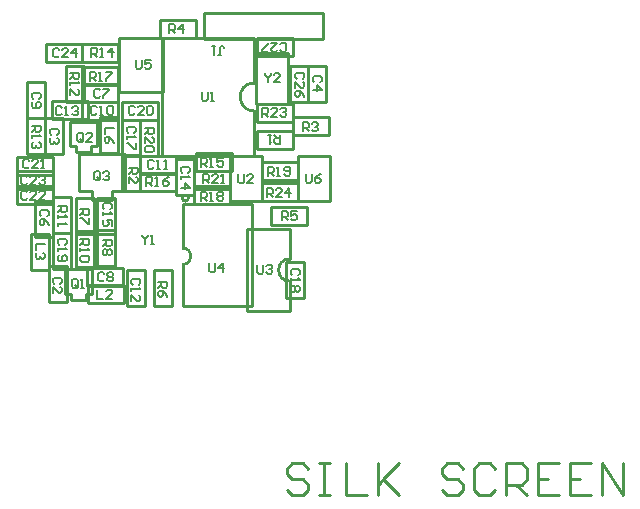
<source format=gto>
%FSLAX23Y23*%
%MOIN*%
G70*
G01*
G75*
G04 Layer_Color=65535*
%ADD10O,0.024X0.080*%
%ADD11R,0.020X0.050*%
%ADD12R,0.024X0.024*%
%ADD13R,0.030X0.030*%
%ADD14R,0.030X0.030*%
%ADD15R,0.074X0.045*%
%ADD16R,0.036X0.050*%
%ADD17R,0.036X0.036*%
%ADD18R,0.075X0.043*%
%ADD19O,0.016X0.060*%
%ADD20R,0.024X0.100*%
%ADD21R,0.024X0.090*%
%ADD22R,0.070X0.024*%
%ADD23R,0.090X0.024*%
%ADD24O,0.016X0.060*%
%ADD25R,0.014X0.035*%
%ADD26R,0.025X0.030*%
%ADD27R,0.014X0.035*%
%ADD28C,0.010*%
%ADD29C,0.008*%
%ADD30C,0.012*%
%ADD31C,0.015*%
%ADD32C,0.025*%
%ADD33C,0.016*%
%ADD34C,0.020*%
%ADD35C,0.014*%
%ADD36C,0.006*%
%ADD37R,0.050X0.050*%
%ADD38C,0.070*%
%ADD39R,0.049X0.049*%
%ADD40C,0.024*%
%ADD41R,0.070X0.070*%
%ADD42R,0.140X0.140*%
%ADD43C,0.030*%
D28*
X588Y575D02*
G03*
X588Y630I0J27D01*
G01*
X944Y593D02*
G03*
X944Y518I0J-37D01*
G01*
X606Y796D02*
G03*
X606Y796I-10J0D01*
G01*
X826Y1180D02*
G03*
X826Y1085I0J-47D01*
G01*
X588Y775D02*
X818D01*
Y435D02*
Y775D01*
X588Y435D02*
X818D01*
X588Y630D02*
Y775D01*
Y435D02*
Y575D01*
X519Y1329D02*
X798D01*
X376Y1151D02*
X486D01*
X376D02*
Y1331D01*
X521D01*
Y1151D02*
Y1331D01*
X486Y1151D02*
X521D01*
X231Y948D02*
X282D01*
X211Y968D02*
Y1051D01*
X302Y968D02*
Y1051D01*
X231Y948D02*
Y968D01*
X211D02*
X231D01*
X282Y948D02*
Y968D01*
X302D01*
X300Y1051D02*
X302D01*
X211D02*
X300D01*
X195Y559D02*
X284D01*
X286D01*
X266Y476D02*
X286D01*
X266Y456D02*
Y476D01*
X195D02*
X215D01*
Y456D02*
Y476D01*
X286D02*
Y559D01*
X195Y476D02*
Y559D01*
X215Y456D02*
X266D01*
X34Y855D02*
Y885D01*
X154D01*
Y825D02*
Y885D01*
X34Y825D02*
X154D01*
X34D02*
Y855D01*
X186Y681D02*
X216D01*
Y801D01*
X156D02*
X216D01*
X156Y681D02*
Y801D01*
Y681D02*
X186D01*
X261Y796D02*
X291D01*
Y676D02*
Y796D01*
X231Y676D02*
X291D01*
X231D02*
Y796D01*
X261D01*
X251Y1251D02*
Y1281D01*
Y1251D02*
X371D01*
Y1311D01*
X251D02*
X371D01*
X251Y1281D02*
Y1311D01*
X330Y571D02*
X360D01*
Y691D01*
X300D02*
X360D01*
X300Y571D02*
Y691D01*
Y571D02*
X330D01*
X510Y1330D02*
Y1360D01*
Y1330D02*
X630D01*
Y1390D01*
X510D02*
X630D01*
X510Y1360D02*
Y1390D01*
X955Y1005D02*
Y1035D01*
Y1005D02*
X1075D01*
Y1065D01*
X955D02*
X1075D01*
X955Y1035D02*
Y1065D01*
X231Y685D02*
X261D01*
X231Y565D02*
Y685D01*
Y565D02*
X291D01*
Y685D01*
X261D02*
X291D01*
X270Y1058D02*
Y1088D01*
X150Y1058D02*
X270D01*
X150D02*
Y1118D01*
X270D01*
Y1088D02*
Y1118D01*
X430Y437D02*
X460D01*
Y557D01*
X400D02*
X460D01*
X400Y437D02*
Y557D01*
Y437D02*
X430D01*
X34Y874D02*
Y904D01*
Y874D02*
X154D01*
Y934D01*
X34D02*
X154D01*
X34Y904D02*
Y934D01*
X390Y477D02*
Y507D01*
X270D02*
X390D01*
X270Y447D02*
Y507D01*
Y447D02*
X390D01*
Y477D01*
X520Y437D02*
X550D01*
Y557D01*
X490D02*
X550D01*
X490Y437D02*
Y557D01*
Y437D02*
X520D01*
X372Y1203D02*
Y1233D01*
X252D02*
X372D01*
X252Y1173D02*
Y1233D01*
Y1173D02*
X372D01*
Y1203D01*
X159Y942D02*
X189D01*
Y1062D01*
X129D02*
X189D01*
X129Y942D02*
Y1062D01*
Y942D02*
X159D01*
X171Y451D02*
X201D01*
Y571D01*
X141D02*
X201D01*
X141Y451D02*
Y571D01*
Y451D02*
X171D01*
X1035Y1236D02*
X1065D01*
Y1116D02*
Y1236D01*
X1005Y1116D02*
X1065D01*
X1005D02*
Y1236D01*
X1035D01*
X252Y1055D02*
Y1085D01*
Y1055D02*
X372D01*
Y1115D01*
X252D02*
X372D01*
X252Y1085D02*
Y1115D01*
X269Y504D02*
Y534D01*
Y504D02*
X389D01*
Y564D01*
X269D02*
X389D01*
X269Y534D02*
Y564D01*
X372Y1145D02*
Y1175D01*
X252D02*
X372D01*
X252Y1115D02*
Y1175D01*
Y1115D02*
X372D01*
Y1145D01*
X124Y785D02*
X154D01*
Y665D02*
Y785D01*
X94Y665D02*
X154D01*
X94D02*
Y785D01*
X124D01*
X69Y1062D02*
X99D01*
X69Y942D02*
Y1062D01*
Y942D02*
X129D01*
Y1062D01*
X99D02*
X129D01*
X229Y1117D02*
X259D01*
Y1237D01*
X199D02*
X259D01*
X199Y1117D02*
Y1237D01*
Y1117D02*
X229D01*
X416Y818D02*
X446D01*
Y938D01*
X386D02*
X446D01*
X386Y818D02*
Y938D01*
Y818D02*
X416D01*
X34Y775D02*
Y805D01*
Y775D02*
X154D01*
Y835D01*
X34D02*
X154D01*
X34Y805D02*
Y835D01*
X342Y945D02*
X372D01*
Y1065D01*
X312D02*
X372D01*
X312Y945D02*
Y1065D01*
Y945D02*
X342D01*
X111Y677D02*
X141D01*
Y557D02*
Y677D01*
X81Y557D02*
X141D01*
X81D02*
Y677D01*
X111D01*
X961Y463D02*
X991D01*
Y583D01*
X931D02*
X991D01*
X931Y463D02*
Y583D01*
Y463D02*
X961D01*
X386Y1056D02*
X416D01*
X386Y936D02*
Y1056D01*
Y936D02*
X446D01*
Y1056D01*
X416D02*
X446D01*
X331Y796D02*
X361D01*
Y676D02*
Y796D01*
X301Y676D02*
X361D01*
X301D02*
Y796D01*
X331D01*
X155Y561D02*
X185D01*
X155D02*
Y681D01*
X215D01*
Y561D02*
Y681D01*
X185Y561D02*
X215D01*
X506Y1086D02*
Y1116D01*
X386D02*
X506D01*
X386Y1056D02*
Y1116D01*
Y1056D02*
X506D01*
Y1086D01*
X286Y788D02*
X333D01*
X351D01*
Y818D01*
X396D01*
Y943D01*
X241D02*
X396D01*
X241Y818D02*
Y943D01*
Y818D02*
X286D01*
Y788D02*
Y818D01*
X881Y736D02*
Y766D01*
X1001D01*
Y706D02*
Y766D01*
X881Y706D02*
X1001D01*
X881D02*
Y736D01*
X99Y1182D02*
X129D01*
Y1062D02*
Y1182D01*
X69Y1062D02*
X129D01*
X69D02*
Y1182D01*
X99D01*
X446Y876D02*
Y906D01*
Y876D02*
X566D01*
Y936D01*
X446D02*
X566D01*
X446Y906D02*
Y936D01*
Y851D02*
Y881D01*
X566D01*
Y821D02*
Y881D01*
X446Y821D02*
X566D01*
X446D02*
Y851D01*
X566Y926D02*
X596D01*
X566Y806D02*
Y926D01*
Y806D02*
X626D01*
Y926D01*
X596D02*
X626D01*
Y806D02*
Y836D01*
X746D01*
Y776D02*
Y836D01*
X626Y776D02*
X746D01*
X626D02*
Y806D01*
Y826D02*
Y856D01*
Y826D02*
X746D01*
Y886D01*
X626D02*
X746D01*
X626Y856D02*
Y886D01*
X835Y1080D02*
Y1110D01*
X955D01*
Y1050D02*
Y1110D01*
X835Y1050D02*
X955D01*
X835D02*
Y1080D01*
X955Y1300D02*
Y1330D01*
X835D02*
X955D01*
X835Y1270D02*
Y1330D01*
Y1270D02*
X955D01*
Y1300D01*
X885Y1110D02*
X938D01*
Y1195D01*
X885Y1280D02*
X938D01*
Y1195D02*
Y1280D01*
X832D02*
X885D01*
X832Y1195D02*
Y1280D01*
Y1110D02*
X885D01*
X832D02*
Y1195D01*
X798Y1329D02*
X826D01*
Y1282D02*
Y1329D01*
X131Y1251D02*
Y1281D01*
Y1251D02*
X251D01*
Y1311D01*
X131D02*
X251D01*
X131Y1281D02*
Y1311D01*
X944Y593D02*
Y693D01*
Y418D02*
Y518D01*
X836Y418D02*
X944D01*
X801Y693D02*
X909D01*
X801Y500D02*
Y693D01*
X909D02*
X944D01*
X801Y418D02*
X836D01*
X801D02*
Y500D01*
X519Y936D02*
Y1014D01*
X826Y1251D02*
Y1282D01*
X519Y1014D02*
Y1329D01*
X826Y1003D02*
Y1085D01*
Y1180D02*
Y1251D01*
Y936D02*
Y1003D01*
X519Y936D02*
X826D01*
X746Y786D02*
Y861D01*
Y786D02*
X799D01*
X852D02*
Y861D01*
X799Y786D02*
X852D01*
Y861D02*
Y936D01*
X799D02*
X852D01*
X746Y861D02*
Y936D01*
X799D01*
X946Y1236D02*
X976D01*
X946Y1116D02*
Y1236D01*
Y1116D02*
X1006D01*
Y1236D01*
X976D02*
X1006D01*
X850Y785D02*
Y815D01*
Y785D02*
X970D01*
Y845D01*
X850D02*
X970D01*
X850Y815D02*
Y845D01*
Y855D02*
Y885D01*
Y855D02*
X970D01*
Y915D01*
X850D02*
X970D01*
X850Y885D02*
Y915D01*
X835Y990D02*
Y1020D01*
X955D01*
Y960D02*
Y1020D01*
X835Y960D02*
X955D01*
X835D02*
Y990D01*
X973Y936D02*
X1026D01*
X973Y861D02*
Y936D01*
X1026D02*
X1079D01*
Y861D02*
Y936D01*
X1026Y786D02*
X1079D01*
Y861D01*
X973Y786D02*
X1026D01*
X973D02*
Y861D01*
X476Y1056D02*
X506D01*
Y936D02*
Y1056D01*
X446Y936D02*
X506D01*
X446D02*
Y1056D01*
X476D01*
X750Y915D02*
Y945D01*
X630D02*
X750D01*
X630Y885D02*
Y945D01*
Y885D02*
X750D01*
Y915D01*
X657Y1327D02*
Y1413D01*
Y1327D02*
X1054D01*
Y1413D01*
X657D02*
X1054D01*
X1006Y-106D02*
X988Y-88D01*
X953D01*
X935Y-106D01*
Y-124D01*
X953Y-142D01*
X988D01*
X1006Y-159D01*
Y-177D01*
X988Y-195D01*
X953D01*
X935Y-177D01*
X1042Y-88D02*
X1077D01*
X1059D01*
Y-195D01*
X1042D01*
X1077D01*
X1130Y-88D02*
Y-195D01*
X1202D01*
X1237Y-88D02*
Y-195D01*
Y-159D01*
X1308Y-88D01*
X1255Y-142D01*
X1308Y-195D01*
X1521Y-106D02*
X1504Y-88D01*
X1468D01*
X1450Y-106D01*
Y-124D01*
X1468Y-142D01*
X1504D01*
X1521Y-159D01*
Y-177D01*
X1504Y-195D01*
X1468D01*
X1450Y-177D01*
X1628Y-106D02*
X1610Y-88D01*
X1575D01*
X1557Y-106D01*
Y-177D01*
X1575Y-195D01*
X1610D01*
X1628Y-177D01*
X1664Y-195D02*
Y-88D01*
X1717D01*
X1735Y-106D01*
Y-142D01*
X1717Y-159D01*
X1664D01*
X1699D02*
X1735Y-195D01*
X1841Y-88D02*
X1770D01*
Y-195D01*
X1841D01*
X1770Y-142D02*
X1806D01*
X1948Y-88D02*
X1877D01*
Y-195D01*
X1948D01*
X1877Y-142D02*
X1912D01*
X1984Y-195D02*
Y-88D01*
X2055Y-195D01*
Y-88D01*
D36*
X431Y1257D02*
Y1232D01*
X436Y1227D01*
X446D01*
X451Y1232D01*
Y1257D01*
X481D02*
X461D01*
Y1242D01*
X471Y1247D01*
X476D01*
X481Y1242D01*
Y1232D01*
X476Y1227D01*
X466D01*
X461Y1232D01*
X650Y1151D02*
Y1126D01*
X655Y1121D01*
X665D01*
X670Y1126D01*
Y1151D01*
X680Y1121D02*
X690D01*
X685D01*
Y1151D01*
X680Y1146D01*
X255Y988D02*
Y1008D01*
X250Y1013D01*
X240D01*
X235Y1008D01*
Y988D01*
X240Y983D01*
X250D01*
X245Y993D02*
X255Y983D01*
X250D02*
X255Y988D01*
X285Y983D02*
X265D01*
X285Y1003D01*
Y1008D01*
X280Y1013D01*
X270D01*
X265Y1008D01*
X238Y502D02*
Y522D01*
X233Y527D01*
X223D01*
X218Y522D01*
Y502D01*
X223Y497D01*
X233D01*
X228Y507D02*
X238Y497D01*
X233D02*
X238Y502D01*
X248Y497D02*
X258D01*
X253D01*
Y527D01*
X248Y522D01*
X773Y876D02*
Y851D01*
X778Y846D01*
X788D01*
X793Y851D01*
Y876D01*
X823Y846D02*
X803D01*
X823Y866D01*
Y871D01*
X818Y876D01*
X808D01*
X803Y871D01*
X997Y877D02*
Y852D01*
X1002Y847D01*
X1012D01*
X1017Y852D01*
Y877D01*
X1047D02*
X1037Y872D01*
X1027Y862D01*
Y852D01*
X1032Y847D01*
X1042D01*
X1047Y852D01*
Y857D01*
X1042Y862D01*
X1027D01*
X836Y574D02*
Y549D01*
X841Y544D01*
X851D01*
X856Y549D01*
Y574D01*
X866Y569D02*
X871Y574D01*
X881D01*
X886Y569D01*
Y564D01*
X881Y559D01*
X876D01*
X881D01*
X886Y554D01*
Y549D01*
X881Y544D01*
X871D01*
X866Y549D01*
X69Y866D02*
X64Y871D01*
X54D01*
X49Y866D01*
Y846D01*
X54Y841D01*
X64D01*
X69Y846D01*
X99Y841D02*
X79D01*
X99Y861D01*
Y866D01*
X94Y871D01*
X84D01*
X79Y866D01*
X109D02*
X114Y871D01*
X124D01*
X129Y866D01*
Y861D01*
X124Y856D01*
X119D01*
X124D01*
X129Y851D01*
Y846D01*
X124Y841D01*
X114D01*
X109Y846D01*
X69Y816D02*
X64Y821D01*
X54D01*
X49Y816D01*
Y796D01*
X54Y791D01*
X64D01*
X69Y796D01*
X99Y791D02*
X79D01*
X99Y811D01*
Y816D01*
X94Y821D01*
X84D01*
X79Y816D01*
X129Y791D02*
X109D01*
X129Y811D01*
Y816D01*
X124Y821D01*
X114D01*
X109Y816D01*
X868Y799D02*
Y829D01*
X883D01*
X888Y824D01*
Y814D01*
X883Y809D01*
X868D01*
X878D02*
X888Y799D01*
X918D02*
X898D01*
X918Y819D01*
Y824D01*
X913Y829D01*
X903D01*
X898Y824D01*
X943Y799D02*
Y829D01*
X928Y814D01*
X948D01*
X870Y870D02*
Y900D01*
X885D01*
X890Y895D01*
Y885D01*
X885Y880D01*
X870D01*
X880D02*
X890Y870D01*
X900D02*
X910D01*
X905D01*
Y900D01*
X900Y895D01*
X925Y875D02*
X930Y870D01*
X940D01*
X945Y875D01*
Y895D01*
X940Y900D01*
X930D01*
X925Y895D01*
Y890D01*
X930Y885D01*
X945D01*
X451Y673D02*
Y668D01*
X461Y658D01*
X471Y668D01*
Y673D01*
X461Y658D02*
Y643D01*
X481D02*
X491D01*
X486D01*
Y673D01*
X481Y668D01*
X466Y837D02*
Y867D01*
X481D01*
X486Y862D01*
Y852D01*
X481Y847D01*
X466D01*
X476D02*
X486Y837D01*
X496D02*
X506D01*
X501D01*
Y867D01*
X496Y862D01*
X541Y867D02*
X531Y862D01*
X521Y852D01*
Y842D01*
X526Y837D01*
X536D01*
X541Y842D01*
Y847D01*
X536Y852D01*
X521D01*
X171Y768D02*
X201D01*
Y753D01*
X196Y748D01*
X186D01*
X181Y753D01*
Y768D01*
Y758D02*
X171Y748D01*
Y738D02*
Y728D01*
Y733D01*
X201D01*
X196Y738D01*
X171Y713D02*
Y703D01*
Y708D01*
X201D01*
X196Y713D01*
X246Y758D02*
X276D01*
Y743D01*
X271Y738D01*
X261D01*
X256Y743D01*
Y758D01*
Y748D02*
X246Y738D01*
X276Y728D02*
Y708D01*
X271D01*
X251Y728D01*
X246D01*
X282Y1267D02*
Y1297D01*
X297D01*
X302Y1292D01*
Y1282D01*
X297Y1277D01*
X282D01*
X292D02*
X302Y1267D01*
X312D02*
X322D01*
X317D01*
Y1297D01*
X312Y1292D01*
X352Y1267D02*
Y1297D01*
X337Y1282D01*
X357D01*
X195Y640D02*
X200Y645D01*
Y655D01*
X195Y660D01*
X175D01*
X170Y655D01*
Y645D01*
X175Y640D01*
X170Y630D02*
Y620D01*
Y625D01*
X200D01*
X195Y630D01*
X175Y605D02*
X170Y600D01*
Y590D01*
X175Y585D01*
X195D01*
X200Y590D01*
Y600D01*
X195Y605D01*
X190D01*
X185Y600D01*
Y585D01*
X321Y655D02*
X351D01*
Y640D01*
X346Y635D01*
X336D01*
X331Y640D01*
Y655D01*
Y645D02*
X321Y635D01*
X346Y625D02*
X351Y620D01*
Y610D01*
X346Y605D01*
X341D01*
X336Y610D01*
X331Y605D01*
X326D01*
X321Y610D01*
Y620D01*
X326Y625D01*
X331D01*
X336Y620D01*
X341Y625D01*
X346D01*
X336Y620D02*
Y610D01*
X918Y722D02*
Y752D01*
X933D01*
X938Y747D01*
Y737D01*
X933Y732D01*
X918D01*
X928D02*
X938Y722D01*
X968Y752D02*
X948D01*
Y737D01*
X958Y742D01*
X963D01*
X968Y737D01*
Y727D01*
X963Y722D01*
X953D01*
X948Y727D01*
X543Y1346D02*
Y1376D01*
X558D01*
X563Y1371D01*
Y1361D01*
X558Y1356D01*
X543D01*
X553D02*
X563Y1346D01*
X588D02*
Y1376D01*
X573Y1361D01*
X593D01*
X988Y1019D02*
Y1049D01*
X1003D01*
X1008Y1044D01*
Y1034D01*
X1003Y1029D01*
X988D01*
X998D02*
X1008Y1019D01*
X1018Y1044D02*
X1023Y1049D01*
X1033D01*
X1038Y1044D01*
Y1039D01*
X1033Y1034D01*
X1028D01*
X1033D01*
X1038Y1029D01*
Y1024D01*
X1033Y1019D01*
X1023D01*
X1018Y1024D01*
X648Y900D02*
Y930D01*
X663D01*
X668Y925D01*
Y915D01*
X663Y910D01*
X648D01*
X658D02*
X668Y900D01*
X678D02*
X688D01*
X683D01*
Y930D01*
X678Y925D01*
X723Y930D02*
X703D01*
Y915D01*
X713Y920D01*
X718D01*
X723Y915D01*
Y905D01*
X718Y900D01*
X708D01*
X703Y905D01*
X246Y658D02*
X276D01*
Y643D01*
X271Y638D01*
X261D01*
X256Y643D01*
Y658D01*
Y648D02*
X246Y638D01*
Y628D02*
Y618D01*
Y623D01*
X276D01*
X271Y628D01*
Y603D02*
X276Y598D01*
Y588D01*
X271Y583D01*
X251D01*
X246Y588D01*
Y598D01*
X251Y603D01*
X271D01*
X913Y1007D02*
Y977D01*
X898D01*
X893Y982D01*
Y992D01*
X898Y997D01*
X913D01*
X903D02*
X893Y1007D01*
X883D02*
X873D01*
X878D01*
Y977D01*
X883Y982D01*
X460Y1028D02*
X490D01*
Y1013D01*
X485Y1008D01*
X475D01*
X470Y1013D01*
Y1028D01*
Y1018D02*
X460Y1008D01*
Y978D02*
Y998D01*
X480Y978D01*
X485D01*
X490Y983D01*
Y993D01*
X485Y998D01*
Y968D02*
X490Y963D01*
Y953D01*
X485Y948D01*
X465D01*
X460Y953D01*
Y963D01*
X465Y968D01*
X485D01*
X184Y1097D02*
X179Y1102D01*
X169D01*
X164Y1097D01*
Y1077D01*
X169Y1072D01*
X179D01*
X184Y1077D01*
X194Y1072D02*
X204D01*
X199D01*
Y1102D01*
X194Y1097D01*
X219D02*
X224Y1102D01*
X234D01*
X239Y1097D01*
Y1092D01*
X234Y1087D01*
X229D01*
X234D01*
X239Y1082D01*
Y1077D01*
X234Y1072D01*
X224D01*
X219Y1077D01*
X440Y507D02*
X445Y512D01*
Y522D01*
X440Y527D01*
X420D01*
X415Y522D01*
Y512D01*
X420Y507D01*
X415Y497D02*
Y487D01*
Y492D01*
X445D01*
X440Y497D01*
X415Y452D02*
Y472D01*
X435Y452D01*
X440D01*
X445Y457D01*
Y467D01*
X440Y472D01*
X860Y1212D02*
Y1207D01*
X870Y1197D01*
X880Y1207D01*
Y1212D01*
X870Y1197D02*
Y1182D01*
X910D02*
X890D01*
X910Y1202D01*
Y1207D01*
X905Y1212D01*
X895D01*
X890Y1207D01*
X853Y1067D02*
Y1097D01*
X868D01*
X873Y1092D01*
Y1082D01*
X868Y1077D01*
X853D01*
X863D02*
X873Y1067D01*
X903D02*
X883D01*
X903Y1087D01*
Y1092D01*
X898Y1097D01*
X888D01*
X883Y1092D01*
X913D02*
X918Y1097D01*
X928D01*
X933Y1092D01*
Y1087D01*
X928Y1082D01*
X923D01*
X928D01*
X933Y1077D01*
Y1072D01*
X928Y1067D01*
X918D01*
X913Y1072D01*
X302Y490D02*
Y460D01*
X322D01*
X352D02*
X332D01*
X352Y480D01*
Y485D01*
X347Y490D01*
X337D01*
X332Y485D01*
X312Y860D02*
Y880D01*
X307Y885D01*
X297D01*
X292Y880D01*
Y860D01*
X297Y855D01*
X307D01*
X302Y865D02*
X312Y855D01*
X307D02*
X312Y860D01*
X322Y880D02*
X327Y885D01*
X337D01*
X342Y880D01*
Y875D01*
X337Y870D01*
X332D01*
X337D01*
X342Y865D01*
Y860D01*
X337Y855D01*
X327D01*
X322Y860D01*
X675Y579D02*
Y554D01*
X680Y549D01*
X690D01*
X695Y554D01*
Y579D01*
X720Y549D02*
Y579D01*
X705Y564D01*
X725D01*
X606Y880D02*
X611Y885D01*
Y895D01*
X606Y900D01*
X586D01*
X581Y895D01*
Y885D01*
X586Y880D01*
X581Y870D02*
Y860D01*
Y865D01*
X611D01*
X606Y870D01*
X581Y830D02*
X611D01*
X596Y845D01*
Y825D01*
X656Y845D02*
Y875D01*
X671D01*
X676Y870D01*
Y860D01*
X671Y855D01*
X656D01*
X666D02*
X676Y845D01*
X706D02*
X686D01*
X706Y865D01*
Y870D01*
X701Y875D01*
X691D01*
X686Y870D01*
X716Y845D02*
X726D01*
X721D01*
Y875D01*
X716Y870D01*
X505Y517D02*
X535D01*
Y502D01*
X530Y497D01*
X520D01*
X515Y502D01*
Y517D01*
Y507D02*
X505Y497D01*
X535Y467D02*
X530Y477D01*
X520Y487D01*
X510D01*
X505Y482D01*
Y472D01*
X510Y467D01*
X515D01*
X520Y472D01*
Y487D01*
X76Y920D02*
X71Y925D01*
X61D01*
X56Y920D01*
Y900D01*
X61Y895D01*
X71D01*
X76Y900D01*
X106Y895D02*
X86D01*
X106Y915D01*
Y920D01*
X101Y925D01*
X91D01*
X86Y920D01*
X116Y895D02*
X126D01*
X121D01*
Y925D01*
X116Y920D01*
X169Y1007D02*
X174Y1012D01*
Y1022D01*
X169Y1027D01*
X149D01*
X144Y1022D01*
Y1012D01*
X149Y1007D01*
X169Y997D02*
X174Y992D01*
Y982D01*
X169Y977D01*
X164D01*
X159Y982D01*
Y987D01*
Y982D01*
X154Y977D01*
X149D01*
X144Y982D01*
Y992D01*
X149Y997D01*
X179Y511D02*
X184Y516D01*
Y526D01*
X179Y531D01*
X159D01*
X154Y526D01*
Y516D01*
X159Y511D01*
X154Y481D02*
Y501D01*
X174Y481D01*
X179D01*
X184Y486D01*
Y496D01*
X179Y501D01*
X648Y787D02*
Y817D01*
X663D01*
X668Y812D01*
Y802D01*
X663Y797D01*
X648D01*
X658D02*
X668Y787D01*
X678D02*
X688D01*
X683D01*
Y817D01*
X678Y812D01*
X703D02*
X708Y817D01*
X718D01*
X723Y812D01*
Y807D01*
X718Y802D01*
X723Y797D01*
Y792D01*
X718Y787D01*
X708D01*
X703Y792D01*
Y797D01*
X708Y802D01*
X703Y807D01*
Y812D01*
X708Y802D02*
X718D01*
X913Y1288D02*
X918Y1283D01*
X928D01*
X933Y1288D01*
Y1308D01*
X928Y1313D01*
X918D01*
X913Y1308D01*
X883Y1313D02*
X903D01*
X883Y1293D01*
Y1288D01*
X888Y1283D01*
X898D01*
X903Y1288D01*
X873Y1283D02*
X853D01*
Y1288D01*
X873Y1308D01*
Y1313D01*
X988Y1194D02*
X993Y1199D01*
Y1209D01*
X988Y1214D01*
X968D01*
X963Y1209D01*
Y1199D01*
X968Y1194D01*
X963Y1164D02*
Y1184D01*
X983Y1164D01*
X988D01*
X993Y1169D01*
Y1179D01*
X988Y1184D01*
X993Y1134D02*
X988Y1144D01*
X978Y1154D01*
X968D01*
X963Y1149D01*
Y1139D01*
X968Y1134D01*
X973D01*
X978Y1139D01*
Y1154D01*
X1045Y1182D02*
X1050Y1187D01*
Y1197D01*
X1045Y1202D01*
X1025D01*
X1020Y1197D01*
Y1187D01*
X1025Y1182D01*
X1020Y1157D02*
X1050D01*
X1035Y1172D01*
Y1152D01*
X300Y1098D02*
X295Y1103D01*
X285D01*
X280Y1098D01*
Y1078D01*
X285Y1073D01*
X295D01*
X300Y1078D01*
X310Y1073D02*
X320D01*
X315D01*
Y1103D01*
X310Y1098D01*
X335D02*
X340Y1103D01*
X350D01*
X355Y1098D01*
Y1078D01*
X350Y1073D01*
X340D01*
X335Y1078D01*
Y1098D01*
X109Y1127D02*
X114Y1132D01*
Y1142D01*
X109Y1147D01*
X89D01*
X84Y1142D01*
Y1132D01*
X89Y1127D01*
Y1117D02*
X84Y1112D01*
Y1102D01*
X89Y1097D01*
X109D01*
X114Y1102D01*
Y1112D01*
X109Y1117D01*
X104D01*
X99Y1112D01*
Y1097D01*
X325Y544D02*
X320Y549D01*
X310D01*
X305Y544D01*
Y524D01*
X310Y519D01*
X320D01*
X325Y524D01*
X335Y544D02*
X340Y549D01*
X350D01*
X355Y544D01*
Y539D01*
X350Y534D01*
X355Y529D01*
Y524D01*
X350Y519D01*
X340D01*
X335Y524D01*
Y529D01*
X340Y534D01*
X335Y539D01*
Y544D01*
X340Y534D02*
X350D01*
X312Y1156D02*
X307Y1161D01*
X297D01*
X292Y1156D01*
Y1136D01*
X297Y1131D01*
X307D01*
X312Y1136D01*
X322Y1161D02*
X342D01*
Y1156D01*
X322Y1136D01*
Y1131D01*
X136Y735D02*
X141Y740D01*
Y750D01*
X136Y755D01*
X116D01*
X111Y750D01*
Y740D01*
X116Y735D01*
X141Y705D02*
X136Y715D01*
X126Y725D01*
X116D01*
X111Y720D01*
Y710D01*
X116Y705D01*
X121D01*
X126Y710D01*
Y725D01*
X84Y1037D02*
X114D01*
Y1022D01*
X109Y1017D01*
X99D01*
X94Y1022D01*
Y1037D01*
Y1027D02*
X84Y1017D01*
Y1007D02*
Y997D01*
Y1002D01*
X114D01*
X109Y1007D01*
Y982D02*
X114Y977D01*
Y967D01*
X109Y962D01*
X104D01*
X99Y967D01*
Y972D01*
Y967D01*
X94Y962D01*
X89D01*
X84Y967D01*
Y977D01*
X89Y982D01*
X212Y1213D02*
X242D01*
Y1198D01*
X237Y1193D01*
X227D01*
X222Y1198D01*
Y1213D01*
Y1203D02*
X212Y1193D01*
Y1183D02*
Y1173D01*
Y1178D01*
X242D01*
X237Y1183D01*
X212Y1138D02*
Y1158D01*
X232Y1138D01*
X237D01*
X242Y1143D01*
Y1153D01*
X237Y1158D01*
X277Y1187D02*
Y1217D01*
X292D01*
X297Y1212D01*
Y1202D01*
X292Y1197D01*
X277D01*
X287D02*
X297Y1187D01*
X307D02*
X317D01*
X312D01*
Y1217D01*
X307Y1212D01*
X332Y1217D02*
X352D01*
Y1212D01*
X332Y1192D01*
Y1187D01*
X407Y897D02*
X437D01*
Y882D01*
X432Y877D01*
X422D01*
X417Y882D01*
Y897D01*
Y887D02*
X407Y877D01*
Y847D02*
Y867D01*
X427Y847D01*
X432D01*
X437Y852D01*
Y862D01*
X432Y867D01*
X357Y1030D02*
X327D01*
Y1010D01*
X357Y980D02*
X352Y990D01*
X342Y1000D01*
X332D01*
X327Y995D01*
Y985D01*
X332Y980D01*
X337D01*
X342Y985D01*
Y1000D01*
X127Y644D02*
X97D01*
Y624D01*
X122Y614D02*
X127Y609D01*
Y599D01*
X122Y594D01*
X117D01*
X112Y599D01*
Y604D01*
Y599D01*
X107Y594D01*
X102D01*
X97Y599D01*
Y609D01*
X102Y614D01*
X175Y1291D02*
X170Y1296D01*
X160D01*
X155Y1291D01*
Y1271D01*
X160Y1266D01*
X170D01*
X175Y1271D01*
X205Y1266D02*
X185D01*
X205Y1286D01*
Y1291D01*
X200Y1296D01*
X190D01*
X185Y1291D01*
X230Y1266D02*
Y1296D01*
X215Y1281D01*
X235D01*
X972Y538D02*
X977Y543D01*
Y553D01*
X972Y558D01*
X952D01*
X947Y553D01*
Y543D01*
X952Y538D01*
X947Y528D02*
Y518D01*
Y523D01*
X977D01*
X972Y528D01*
Y503D02*
X977Y498D01*
Y488D01*
X972Y483D01*
X967D01*
X962Y488D01*
X957Y483D01*
X952D01*
X947Y488D01*
Y498D01*
X952Y503D01*
X957D01*
X962Y498D01*
X967Y503D01*
X972D01*
X962Y498D02*
Y488D01*
X346Y758D02*
X351Y763D01*
Y773D01*
X346Y778D01*
X326D01*
X321Y773D01*
Y763D01*
X326Y758D01*
X321Y748D02*
Y738D01*
Y743D01*
X351D01*
X346Y748D01*
X351Y703D02*
Y723D01*
X336D01*
X341Y713D01*
Y708D01*
X336Y703D01*
X326D01*
X321Y708D01*
Y718D01*
X326Y723D01*
X490Y918D02*
X485Y923D01*
X475D01*
X470Y918D01*
Y898D01*
X475Y893D01*
X485D01*
X490Y898D01*
X500Y893D02*
X510D01*
X505D01*
Y923D01*
X500Y918D01*
X525Y893D02*
X535D01*
X530D01*
Y923D01*
X525Y918D01*
X425Y1014D02*
X430Y1019D01*
Y1029D01*
X425Y1034D01*
X405D01*
X400Y1029D01*
Y1019D01*
X405Y1014D01*
X400Y1004D02*
Y994D01*
Y999D01*
X430D01*
X425Y1004D01*
X430Y979D02*
Y959D01*
X425D01*
X405Y979D01*
X400D01*
X427Y1098D02*
X422Y1103D01*
X412D01*
X407Y1098D01*
Y1078D01*
X412Y1073D01*
X422D01*
X427Y1078D01*
X457Y1073D02*
X437D01*
X457Y1093D01*
Y1098D01*
X452Y1103D01*
X442D01*
X437Y1098D01*
X467D02*
X472Y1103D01*
X482D01*
X487Y1098D01*
Y1078D01*
X482Y1073D01*
X472D01*
X467Y1078D01*
Y1098D01*
X705Y1272D02*
X715D01*
X710D01*
Y1297D01*
X715Y1302D01*
X720D01*
X725Y1297D01*
X695Y1302D02*
X685D01*
X690D01*
Y1272D01*
X695Y1277D01*
M02*

</source>
